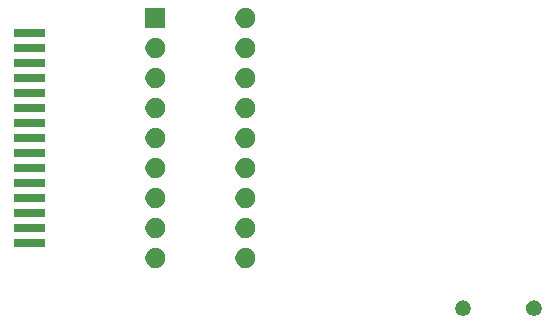
<source format=gbr>
G04 #@! TF.GenerationSoftware,KiCad,Pcbnew,(5.1.5)-3*
G04 #@! TF.CreationDate,2020-01-25T15:55:35+03:00*
G04 #@! TF.ProjectId,CASIO PB-1000 YM2413 Soundcard,43415349-4f20-4504-922d-313030302059,rev?*
G04 #@! TF.SameCoordinates,Original*
G04 #@! TF.FileFunction,Soldermask,Bot*
G04 #@! TF.FilePolarity,Negative*
%FSLAX46Y46*%
G04 Gerber Fmt 4.6, Leading zero omitted, Abs format (unit mm)*
G04 Created by KiCad (PCBNEW (5.1.5)-3) date 2020-01-25 15:55:35*
%MOMM*%
%LPD*%
G04 APERTURE LIST*
%ADD10C,0.100000*%
G04 APERTURE END LIST*
D10*
G36*
X157200890Y-120455017D02*
G01*
X157296232Y-120494509D01*
X157319367Y-120504092D01*
X157425989Y-120575335D01*
X157516665Y-120666011D01*
X157587908Y-120772633D01*
X157587909Y-120772636D01*
X157636983Y-120891110D01*
X157662000Y-121016882D01*
X157662000Y-121145118D01*
X157636983Y-121270890D01*
X157597491Y-121366232D01*
X157587908Y-121389367D01*
X157516665Y-121495989D01*
X157425989Y-121586665D01*
X157319367Y-121657908D01*
X157296232Y-121667491D01*
X157200890Y-121706983D01*
X157075118Y-121732000D01*
X156946882Y-121732000D01*
X156821110Y-121706983D01*
X156725768Y-121667491D01*
X156702633Y-121657908D01*
X156596011Y-121586665D01*
X156505335Y-121495989D01*
X156434092Y-121389367D01*
X156424509Y-121366232D01*
X156385017Y-121270890D01*
X156360000Y-121145118D01*
X156360000Y-121016882D01*
X156385017Y-120891110D01*
X156434091Y-120772636D01*
X156434092Y-120772633D01*
X156505335Y-120666011D01*
X156596011Y-120575335D01*
X156702633Y-120504092D01*
X156725768Y-120494509D01*
X156821110Y-120455017D01*
X156946882Y-120430000D01*
X157075118Y-120430000D01*
X157200890Y-120455017D01*
G37*
G36*
X151200890Y-120455017D02*
G01*
X151296232Y-120494509D01*
X151319367Y-120504092D01*
X151425989Y-120575335D01*
X151516665Y-120666011D01*
X151587908Y-120772633D01*
X151587909Y-120772636D01*
X151636983Y-120891110D01*
X151662000Y-121016882D01*
X151662000Y-121145118D01*
X151636983Y-121270890D01*
X151597491Y-121366232D01*
X151587908Y-121389367D01*
X151516665Y-121495989D01*
X151425989Y-121586665D01*
X151319367Y-121657908D01*
X151296232Y-121667491D01*
X151200890Y-121706983D01*
X151075118Y-121732000D01*
X150946882Y-121732000D01*
X150821110Y-121706983D01*
X150725768Y-121667491D01*
X150702633Y-121657908D01*
X150596011Y-121586665D01*
X150505335Y-121495989D01*
X150434092Y-121389367D01*
X150424509Y-121366232D01*
X150385017Y-121270890D01*
X150360000Y-121145118D01*
X150360000Y-121016882D01*
X150385017Y-120891110D01*
X150434091Y-120772636D01*
X150434092Y-120772633D01*
X150505335Y-120666011D01*
X150596011Y-120575335D01*
X150702633Y-120504092D01*
X150725768Y-120494509D01*
X150821110Y-120455017D01*
X150946882Y-120430000D01*
X151075118Y-120430000D01*
X151200890Y-120455017D01*
G37*
G36*
X132754022Y-116005352D02*
G01*
X132836228Y-116021703D01*
X132991100Y-116085853D01*
X132991102Y-116085854D01*
X133130481Y-116178984D01*
X133249016Y-116297519D01*
X133342146Y-116436898D01*
X133406297Y-116591773D01*
X133439000Y-116756183D01*
X133439000Y-116923817D01*
X133406297Y-117088227D01*
X133342146Y-117243102D01*
X133249016Y-117382481D01*
X133130481Y-117501016D01*
X132991102Y-117594146D01*
X132991101Y-117594147D01*
X132991100Y-117594147D01*
X132836228Y-117658297D01*
X132754022Y-117674649D01*
X132671817Y-117691000D01*
X132504183Y-117691000D01*
X132421978Y-117674649D01*
X132339772Y-117658297D01*
X132184900Y-117594147D01*
X132184899Y-117594147D01*
X132184898Y-117594146D01*
X132045519Y-117501016D01*
X131926984Y-117382481D01*
X131833854Y-117243102D01*
X131769703Y-117088227D01*
X131737000Y-116923817D01*
X131737000Y-116756183D01*
X131769703Y-116591773D01*
X131833854Y-116436898D01*
X131926984Y-116297519D01*
X132045519Y-116178984D01*
X132184898Y-116085854D01*
X132184900Y-116085853D01*
X132339772Y-116021703D01*
X132421978Y-116005352D01*
X132504183Y-115989000D01*
X132671817Y-115989000D01*
X132754022Y-116005352D01*
G37*
G36*
X125134022Y-116005352D02*
G01*
X125216228Y-116021703D01*
X125371100Y-116085853D01*
X125371102Y-116085854D01*
X125510481Y-116178984D01*
X125629016Y-116297519D01*
X125722146Y-116436898D01*
X125786297Y-116591773D01*
X125819000Y-116756183D01*
X125819000Y-116923817D01*
X125786297Y-117088227D01*
X125722146Y-117243102D01*
X125629016Y-117382481D01*
X125510481Y-117501016D01*
X125371102Y-117594146D01*
X125371101Y-117594147D01*
X125371100Y-117594147D01*
X125216228Y-117658297D01*
X125134022Y-117674649D01*
X125051817Y-117691000D01*
X124884183Y-117691000D01*
X124801978Y-117674649D01*
X124719772Y-117658297D01*
X124564900Y-117594147D01*
X124564899Y-117594147D01*
X124564898Y-117594146D01*
X124425519Y-117501016D01*
X124306984Y-117382481D01*
X124213854Y-117243102D01*
X124149703Y-117088227D01*
X124117000Y-116923817D01*
X124117000Y-116756183D01*
X124149703Y-116591773D01*
X124213854Y-116436898D01*
X124306984Y-116297519D01*
X124425519Y-116178984D01*
X124564898Y-116085854D01*
X124564900Y-116085853D01*
X124719772Y-116021703D01*
X124801978Y-116005352D01*
X124884183Y-115989000D01*
X125051817Y-115989000D01*
X125134022Y-116005352D01*
G37*
G36*
X115621000Y-115921000D02*
G01*
X112979000Y-115921000D01*
X112979000Y-115219000D01*
X115621000Y-115219000D01*
X115621000Y-115921000D01*
G37*
G36*
X132754022Y-113465351D02*
G01*
X132836228Y-113481703D01*
X132991100Y-113545853D01*
X132991102Y-113545854D01*
X133130481Y-113638984D01*
X133249016Y-113757519D01*
X133342146Y-113896898D01*
X133406297Y-114051773D01*
X133439000Y-114216183D01*
X133439000Y-114383817D01*
X133406297Y-114548227D01*
X133342146Y-114703102D01*
X133249016Y-114842481D01*
X133130481Y-114961016D01*
X132991102Y-115054146D01*
X132991101Y-115054147D01*
X132991100Y-115054147D01*
X132836228Y-115118297D01*
X132754022Y-115134649D01*
X132671817Y-115151000D01*
X132504183Y-115151000D01*
X132421978Y-115134649D01*
X132339772Y-115118297D01*
X132184900Y-115054147D01*
X132184899Y-115054147D01*
X132184898Y-115054146D01*
X132045519Y-114961016D01*
X131926984Y-114842481D01*
X131833854Y-114703102D01*
X131769703Y-114548227D01*
X131737000Y-114383817D01*
X131737000Y-114216183D01*
X131769703Y-114051773D01*
X131833854Y-113896898D01*
X131926984Y-113757519D01*
X132045519Y-113638984D01*
X132184898Y-113545854D01*
X132184900Y-113545853D01*
X132339772Y-113481703D01*
X132421978Y-113465351D01*
X132504183Y-113449000D01*
X132671817Y-113449000D01*
X132754022Y-113465351D01*
G37*
G36*
X125134022Y-113465351D02*
G01*
X125216228Y-113481703D01*
X125371100Y-113545853D01*
X125371102Y-113545854D01*
X125510481Y-113638984D01*
X125629016Y-113757519D01*
X125722146Y-113896898D01*
X125786297Y-114051773D01*
X125819000Y-114216183D01*
X125819000Y-114383817D01*
X125786297Y-114548227D01*
X125722146Y-114703102D01*
X125629016Y-114842481D01*
X125510481Y-114961016D01*
X125371102Y-115054146D01*
X125371101Y-115054147D01*
X125371100Y-115054147D01*
X125216228Y-115118297D01*
X125134022Y-115134649D01*
X125051817Y-115151000D01*
X124884183Y-115151000D01*
X124801978Y-115134649D01*
X124719772Y-115118297D01*
X124564900Y-115054147D01*
X124564899Y-115054147D01*
X124564898Y-115054146D01*
X124425519Y-114961016D01*
X124306984Y-114842481D01*
X124213854Y-114703102D01*
X124149703Y-114548227D01*
X124117000Y-114383817D01*
X124117000Y-114216183D01*
X124149703Y-114051773D01*
X124213854Y-113896898D01*
X124306984Y-113757519D01*
X124425519Y-113638984D01*
X124564898Y-113545854D01*
X124564900Y-113545853D01*
X124719772Y-113481703D01*
X124801978Y-113465351D01*
X124884183Y-113449000D01*
X125051817Y-113449000D01*
X125134022Y-113465351D01*
G37*
G36*
X115621000Y-114651000D02*
G01*
X112979000Y-114651000D01*
X112979000Y-113949000D01*
X115621000Y-113949000D01*
X115621000Y-114651000D01*
G37*
G36*
X115621000Y-113381000D02*
G01*
X112979000Y-113381000D01*
X112979000Y-112679000D01*
X115621000Y-112679000D01*
X115621000Y-113381000D01*
G37*
G36*
X125134022Y-110925352D02*
G01*
X125216228Y-110941703D01*
X125371100Y-111005853D01*
X125371102Y-111005854D01*
X125510481Y-111098984D01*
X125629016Y-111217519D01*
X125722146Y-111356898D01*
X125786297Y-111511773D01*
X125819000Y-111676183D01*
X125819000Y-111843817D01*
X125786297Y-112008227D01*
X125722146Y-112163102D01*
X125629016Y-112302481D01*
X125510481Y-112421016D01*
X125371102Y-112514146D01*
X125371101Y-112514147D01*
X125371100Y-112514147D01*
X125216228Y-112578297D01*
X125134022Y-112594649D01*
X125051817Y-112611000D01*
X124884183Y-112611000D01*
X124801978Y-112594649D01*
X124719772Y-112578297D01*
X124564900Y-112514147D01*
X124564899Y-112514147D01*
X124564898Y-112514146D01*
X124425519Y-112421016D01*
X124306984Y-112302481D01*
X124213854Y-112163102D01*
X124149703Y-112008227D01*
X124117000Y-111843817D01*
X124117000Y-111676183D01*
X124149703Y-111511773D01*
X124213854Y-111356898D01*
X124306984Y-111217519D01*
X124425519Y-111098984D01*
X124564898Y-111005854D01*
X124564900Y-111005853D01*
X124719772Y-110941703D01*
X124801978Y-110925352D01*
X124884183Y-110909000D01*
X125051817Y-110909000D01*
X125134022Y-110925352D01*
G37*
G36*
X132754022Y-110925352D02*
G01*
X132836228Y-110941703D01*
X132991100Y-111005853D01*
X132991102Y-111005854D01*
X133130481Y-111098984D01*
X133249016Y-111217519D01*
X133342146Y-111356898D01*
X133406297Y-111511773D01*
X133439000Y-111676183D01*
X133439000Y-111843817D01*
X133406297Y-112008227D01*
X133342146Y-112163102D01*
X133249016Y-112302481D01*
X133130481Y-112421016D01*
X132991102Y-112514146D01*
X132991101Y-112514147D01*
X132991100Y-112514147D01*
X132836228Y-112578297D01*
X132754022Y-112594649D01*
X132671817Y-112611000D01*
X132504183Y-112611000D01*
X132421978Y-112594649D01*
X132339772Y-112578297D01*
X132184900Y-112514147D01*
X132184899Y-112514147D01*
X132184898Y-112514146D01*
X132045519Y-112421016D01*
X131926984Y-112302481D01*
X131833854Y-112163102D01*
X131769703Y-112008227D01*
X131737000Y-111843817D01*
X131737000Y-111676183D01*
X131769703Y-111511773D01*
X131833854Y-111356898D01*
X131926984Y-111217519D01*
X132045519Y-111098984D01*
X132184898Y-111005854D01*
X132184900Y-111005853D01*
X132339772Y-110941703D01*
X132421978Y-110925352D01*
X132504183Y-110909000D01*
X132671817Y-110909000D01*
X132754022Y-110925352D01*
G37*
G36*
X115621000Y-112111000D02*
G01*
X112979000Y-112111000D01*
X112979000Y-111409000D01*
X115621000Y-111409000D01*
X115621000Y-112111000D01*
G37*
G36*
X115621000Y-110841000D02*
G01*
X112979000Y-110841000D01*
X112979000Y-110139000D01*
X115621000Y-110139000D01*
X115621000Y-110841000D01*
G37*
G36*
X132754022Y-108385352D02*
G01*
X132836228Y-108401703D01*
X132991100Y-108465853D01*
X132991102Y-108465854D01*
X133130481Y-108558984D01*
X133249016Y-108677519D01*
X133342146Y-108816898D01*
X133406297Y-108971773D01*
X133439000Y-109136183D01*
X133439000Y-109303817D01*
X133406297Y-109468227D01*
X133342146Y-109623102D01*
X133249016Y-109762481D01*
X133130481Y-109881016D01*
X132991102Y-109974146D01*
X132991101Y-109974147D01*
X132991100Y-109974147D01*
X132836228Y-110038297D01*
X132754022Y-110054648D01*
X132671817Y-110071000D01*
X132504183Y-110071000D01*
X132421978Y-110054648D01*
X132339772Y-110038297D01*
X132184900Y-109974147D01*
X132184899Y-109974147D01*
X132184898Y-109974146D01*
X132045519Y-109881016D01*
X131926984Y-109762481D01*
X131833854Y-109623102D01*
X131769703Y-109468227D01*
X131737000Y-109303817D01*
X131737000Y-109136183D01*
X131769703Y-108971773D01*
X131833854Y-108816898D01*
X131926984Y-108677519D01*
X132045519Y-108558984D01*
X132184898Y-108465854D01*
X132184900Y-108465853D01*
X132339772Y-108401703D01*
X132421978Y-108385352D01*
X132504183Y-108369000D01*
X132671817Y-108369000D01*
X132754022Y-108385352D01*
G37*
G36*
X125134022Y-108385352D02*
G01*
X125216228Y-108401703D01*
X125371100Y-108465853D01*
X125371102Y-108465854D01*
X125510481Y-108558984D01*
X125629016Y-108677519D01*
X125722146Y-108816898D01*
X125786297Y-108971773D01*
X125819000Y-109136183D01*
X125819000Y-109303817D01*
X125786297Y-109468227D01*
X125722146Y-109623102D01*
X125629016Y-109762481D01*
X125510481Y-109881016D01*
X125371102Y-109974146D01*
X125371101Y-109974147D01*
X125371100Y-109974147D01*
X125216228Y-110038297D01*
X125134022Y-110054648D01*
X125051817Y-110071000D01*
X124884183Y-110071000D01*
X124801978Y-110054648D01*
X124719772Y-110038297D01*
X124564900Y-109974147D01*
X124564899Y-109974147D01*
X124564898Y-109974146D01*
X124425519Y-109881016D01*
X124306984Y-109762481D01*
X124213854Y-109623102D01*
X124149703Y-109468227D01*
X124117000Y-109303817D01*
X124117000Y-109136183D01*
X124149703Y-108971773D01*
X124213854Y-108816898D01*
X124306984Y-108677519D01*
X124425519Y-108558984D01*
X124564898Y-108465854D01*
X124564900Y-108465853D01*
X124719772Y-108401703D01*
X124801978Y-108385352D01*
X124884183Y-108369000D01*
X125051817Y-108369000D01*
X125134022Y-108385352D01*
G37*
G36*
X115621000Y-109571000D02*
G01*
X112979000Y-109571000D01*
X112979000Y-108869000D01*
X115621000Y-108869000D01*
X115621000Y-109571000D01*
G37*
G36*
X115621000Y-108301000D02*
G01*
X112979000Y-108301000D01*
X112979000Y-107599000D01*
X115621000Y-107599000D01*
X115621000Y-108301000D01*
G37*
G36*
X132754022Y-105845351D02*
G01*
X132836228Y-105861703D01*
X132991100Y-105925853D01*
X132991102Y-105925854D01*
X133130481Y-106018984D01*
X133249016Y-106137519D01*
X133342146Y-106276898D01*
X133406297Y-106431773D01*
X133439000Y-106596183D01*
X133439000Y-106763817D01*
X133406297Y-106928227D01*
X133342146Y-107083102D01*
X133249016Y-107222481D01*
X133130481Y-107341016D01*
X132991102Y-107434146D01*
X132991101Y-107434147D01*
X132991100Y-107434147D01*
X132836228Y-107498297D01*
X132754022Y-107514648D01*
X132671817Y-107531000D01*
X132504183Y-107531000D01*
X132421978Y-107514648D01*
X132339772Y-107498297D01*
X132184900Y-107434147D01*
X132184899Y-107434147D01*
X132184898Y-107434146D01*
X132045519Y-107341016D01*
X131926984Y-107222481D01*
X131833854Y-107083102D01*
X131769703Y-106928227D01*
X131737000Y-106763817D01*
X131737000Y-106596183D01*
X131769703Y-106431773D01*
X131833854Y-106276898D01*
X131926984Y-106137519D01*
X132045519Y-106018984D01*
X132184898Y-105925854D01*
X132184900Y-105925853D01*
X132339772Y-105861703D01*
X132421978Y-105845351D01*
X132504183Y-105829000D01*
X132671817Y-105829000D01*
X132754022Y-105845351D01*
G37*
G36*
X125134022Y-105845351D02*
G01*
X125216228Y-105861703D01*
X125371100Y-105925853D01*
X125371102Y-105925854D01*
X125510481Y-106018984D01*
X125629016Y-106137519D01*
X125722146Y-106276898D01*
X125786297Y-106431773D01*
X125819000Y-106596183D01*
X125819000Y-106763817D01*
X125786297Y-106928227D01*
X125722146Y-107083102D01*
X125629016Y-107222481D01*
X125510481Y-107341016D01*
X125371102Y-107434146D01*
X125371101Y-107434147D01*
X125371100Y-107434147D01*
X125216228Y-107498297D01*
X125134022Y-107514648D01*
X125051817Y-107531000D01*
X124884183Y-107531000D01*
X124801978Y-107514648D01*
X124719772Y-107498297D01*
X124564900Y-107434147D01*
X124564899Y-107434147D01*
X124564898Y-107434146D01*
X124425519Y-107341016D01*
X124306984Y-107222481D01*
X124213854Y-107083102D01*
X124149703Y-106928227D01*
X124117000Y-106763817D01*
X124117000Y-106596183D01*
X124149703Y-106431773D01*
X124213854Y-106276898D01*
X124306984Y-106137519D01*
X124425519Y-106018984D01*
X124564898Y-105925854D01*
X124564900Y-105925853D01*
X124719772Y-105861703D01*
X124801978Y-105845351D01*
X124884183Y-105829000D01*
X125051817Y-105829000D01*
X125134022Y-105845351D01*
G37*
G36*
X115621000Y-107031000D02*
G01*
X112979000Y-107031000D01*
X112979000Y-106329000D01*
X115621000Y-106329000D01*
X115621000Y-107031000D01*
G37*
G36*
X115621000Y-105761000D02*
G01*
X112979000Y-105761000D01*
X112979000Y-105059000D01*
X115621000Y-105059000D01*
X115621000Y-105761000D01*
G37*
G36*
X125134022Y-103305351D02*
G01*
X125216228Y-103321703D01*
X125371100Y-103385853D01*
X125371102Y-103385854D01*
X125510481Y-103478984D01*
X125629016Y-103597519D01*
X125722146Y-103736898D01*
X125786297Y-103891773D01*
X125819000Y-104056183D01*
X125819000Y-104223817D01*
X125786297Y-104388227D01*
X125722146Y-104543102D01*
X125629016Y-104682481D01*
X125510481Y-104801016D01*
X125371102Y-104894146D01*
X125371101Y-104894147D01*
X125371100Y-104894147D01*
X125216228Y-104958297D01*
X125134022Y-104974648D01*
X125051817Y-104991000D01*
X124884183Y-104991000D01*
X124801978Y-104974648D01*
X124719772Y-104958297D01*
X124564900Y-104894147D01*
X124564899Y-104894147D01*
X124564898Y-104894146D01*
X124425519Y-104801016D01*
X124306984Y-104682481D01*
X124213854Y-104543102D01*
X124149703Y-104388227D01*
X124117000Y-104223817D01*
X124117000Y-104056183D01*
X124149703Y-103891773D01*
X124213854Y-103736898D01*
X124306984Y-103597519D01*
X124425519Y-103478984D01*
X124564898Y-103385854D01*
X124564900Y-103385853D01*
X124719772Y-103321703D01*
X124801978Y-103305351D01*
X124884183Y-103289000D01*
X125051817Y-103289000D01*
X125134022Y-103305351D01*
G37*
G36*
X132754022Y-103305351D02*
G01*
X132836228Y-103321703D01*
X132991100Y-103385853D01*
X132991102Y-103385854D01*
X133130481Y-103478984D01*
X133249016Y-103597519D01*
X133342146Y-103736898D01*
X133406297Y-103891773D01*
X133439000Y-104056183D01*
X133439000Y-104223817D01*
X133406297Y-104388227D01*
X133342146Y-104543102D01*
X133249016Y-104682481D01*
X133130481Y-104801016D01*
X132991102Y-104894146D01*
X132991101Y-104894147D01*
X132991100Y-104894147D01*
X132836228Y-104958297D01*
X132754022Y-104974648D01*
X132671817Y-104991000D01*
X132504183Y-104991000D01*
X132421978Y-104974648D01*
X132339772Y-104958297D01*
X132184900Y-104894147D01*
X132184899Y-104894147D01*
X132184898Y-104894146D01*
X132045519Y-104801016D01*
X131926984Y-104682481D01*
X131833854Y-104543102D01*
X131769703Y-104388227D01*
X131737000Y-104223817D01*
X131737000Y-104056183D01*
X131769703Y-103891773D01*
X131833854Y-103736898D01*
X131926984Y-103597519D01*
X132045519Y-103478984D01*
X132184898Y-103385854D01*
X132184900Y-103385853D01*
X132339772Y-103321703D01*
X132421978Y-103305351D01*
X132504183Y-103289000D01*
X132671817Y-103289000D01*
X132754022Y-103305351D01*
G37*
G36*
X115621000Y-104491000D02*
G01*
X112979000Y-104491000D01*
X112979000Y-103789000D01*
X115621000Y-103789000D01*
X115621000Y-104491000D01*
G37*
G36*
X115621000Y-103221000D02*
G01*
X112979000Y-103221000D01*
X112979000Y-102519000D01*
X115621000Y-102519000D01*
X115621000Y-103221000D01*
G37*
G36*
X125134022Y-100765352D02*
G01*
X125216228Y-100781703D01*
X125371100Y-100845853D01*
X125371102Y-100845854D01*
X125510481Y-100938984D01*
X125629016Y-101057519D01*
X125722146Y-101196898D01*
X125786297Y-101351773D01*
X125819000Y-101516183D01*
X125819000Y-101683817D01*
X125786297Y-101848227D01*
X125722146Y-102003102D01*
X125629016Y-102142481D01*
X125510481Y-102261016D01*
X125371102Y-102354146D01*
X125371101Y-102354147D01*
X125371100Y-102354147D01*
X125216228Y-102418297D01*
X125134022Y-102434649D01*
X125051817Y-102451000D01*
X124884183Y-102451000D01*
X124801978Y-102434649D01*
X124719772Y-102418297D01*
X124564900Y-102354147D01*
X124564899Y-102354147D01*
X124564898Y-102354146D01*
X124425519Y-102261016D01*
X124306984Y-102142481D01*
X124213854Y-102003102D01*
X124149703Y-101848227D01*
X124117000Y-101683817D01*
X124117000Y-101516183D01*
X124149703Y-101351773D01*
X124213854Y-101196898D01*
X124306984Y-101057519D01*
X124425519Y-100938984D01*
X124564898Y-100845854D01*
X124564900Y-100845853D01*
X124719772Y-100781703D01*
X124801978Y-100765352D01*
X124884183Y-100749000D01*
X125051817Y-100749000D01*
X125134022Y-100765352D01*
G37*
G36*
X132754022Y-100765352D02*
G01*
X132836228Y-100781703D01*
X132991100Y-100845853D01*
X132991102Y-100845854D01*
X133130481Y-100938984D01*
X133249016Y-101057519D01*
X133342146Y-101196898D01*
X133406297Y-101351773D01*
X133439000Y-101516183D01*
X133439000Y-101683817D01*
X133406297Y-101848227D01*
X133342146Y-102003102D01*
X133249016Y-102142481D01*
X133130481Y-102261016D01*
X132991102Y-102354146D01*
X132991101Y-102354147D01*
X132991100Y-102354147D01*
X132836228Y-102418297D01*
X132754022Y-102434649D01*
X132671817Y-102451000D01*
X132504183Y-102451000D01*
X132421978Y-102434649D01*
X132339772Y-102418297D01*
X132184900Y-102354147D01*
X132184899Y-102354147D01*
X132184898Y-102354146D01*
X132045519Y-102261016D01*
X131926984Y-102142481D01*
X131833854Y-102003102D01*
X131769703Y-101848227D01*
X131737000Y-101683817D01*
X131737000Y-101516183D01*
X131769703Y-101351773D01*
X131833854Y-101196898D01*
X131926984Y-101057519D01*
X132045519Y-100938984D01*
X132184898Y-100845854D01*
X132184900Y-100845853D01*
X132339772Y-100781703D01*
X132421978Y-100765352D01*
X132504183Y-100749000D01*
X132671817Y-100749000D01*
X132754022Y-100765352D01*
G37*
G36*
X115621000Y-101951000D02*
G01*
X112979000Y-101951000D01*
X112979000Y-101249000D01*
X115621000Y-101249000D01*
X115621000Y-101951000D01*
G37*
G36*
X115621000Y-100681000D02*
G01*
X112979000Y-100681000D01*
X112979000Y-99979000D01*
X115621000Y-99979000D01*
X115621000Y-100681000D01*
G37*
G36*
X125134022Y-98225351D02*
G01*
X125216228Y-98241703D01*
X125371100Y-98305853D01*
X125371102Y-98305854D01*
X125510481Y-98398984D01*
X125629016Y-98517519D01*
X125722146Y-98656898D01*
X125786297Y-98811773D01*
X125819000Y-98976183D01*
X125819000Y-99143817D01*
X125786297Y-99308227D01*
X125722146Y-99463102D01*
X125629016Y-99602481D01*
X125510481Y-99721016D01*
X125371102Y-99814146D01*
X125371101Y-99814147D01*
X125371100Y-99814147D01*
X125216228Y-99878297D01*
X125134022Y-99894649D01*
X125051817Y-99911000D01*
X124884183Y-99911000D01*
X124801978Y-99894648D01*
X124719772Y-99878297D01*
X124564900Y-99814147D01*
X124564899Y-99814147D01*
X124564898Y-99814146D01*
X124425519Y-99721016D01*
X124306984Y-99602481D01*
X124213854Y-99463102D01*
X124149703Y-99308227D01*
X124117000Y-99143817D01*
X124117000Y-98976183D01*
X124149703Y-98811773D01*
X124213854Y-98656898D01*
X124306984Y-98517519D01*
X124425519Y-98398984D01*
X124564898Y-98305854D01*
X124564900Y-98305853D01*
X124719772Y-98241703D01*
X124801978Y-98225351D01*
X124884183Y-98209000D01*
X125051817Y-98209000D01*
X125134022Y-98225351D01*
G37*
G36*
X132754022Y-98225351D02*
G01*
X132836228Y-98241703D01*
X132991100Y-98305853D01*
X132991102Y-98305854D01*
X133130481Y-98398984D01*
X133249016Y-98517519D01*
X133342146Y-98656898D01*
X133406297Y-98811773D01*
X133439000Y-98976183D01*
X133439000Y-99143817D01*
X133406297Y-99308227D01*
X133342146Y-99463102D01*
X133249016Y-99602481D01*
X133130481Y-99721016D01*
X132991102Y-99814146D01*
X132991101Y-99814147D01*
X132991100Y-99814147D01*
X132836228Y-99878297D01*
X132754022Y-99894649D01*
X132671817Y-99911000D01*
X132504183Y-99911000D01*
X132421978Y-99894648D01*
X132339772Y-99878297D01*
X132184900Y-99814147D01*
X132184899Y-99814147D01*
X132184898Y-99814146D01*
X132045519Y-99721016D01*
X131926984Y-99602481D01*
X131833854Y-99463102D01*
X131769703Y-99308227D01*
X131737000Y-99143817D01*
X131737000Y-98976183D01*
X131769703Y-98811773D01*
X131833854Y-98656898D01*
X131926984Y-98517519D01*
X132045519Y-98398984D01*
X132184898Y-98305854D01*
X132184900Y-98305853D01*
X132339772Y-98241703D01*
X132421978Y-98225351D01*
X132504183Y-98209000D01*
X132671817Y-98209000D01*
X132754022Y-98225351D01*
G37*
G36*
X115621000Y-99411000D02*
G01*
X112979000Y-99411000D01*
X112979000Y-98709000D01*
X115621000Y-98709000D01*
X115621000Y-99411000D01*
G37*
G36*
X115621000Y-98141000D02*
G01*
X112979000Y-98141000D01*
X112979000Y-97439000D01*
X115621000Y-97439000D01*
X115621000Y-98141000D01*
G37*
G36*
X125819000Y-97371000D02*
G01*
X124117000Y-97371000D01*
X124117000Y-95669000D01*
X125819000Y-95669000D01*
X125819000Y-97371000D01*
G37*
G36*
X132754022Y-95685351D02*
G01*
X132836228Y-95701703D01*
X132991100Y-95765853D01*
X132991102Y-95765854D01*
X133130481Y-95858984D01*
X133249016Y-95977519D01*
X133342146Y-96116898D01*
X133406297Y-96271773D01*
X133439000Y-96436183D01*
X133439000Y-96603817D01*
X133406297Y-96768227D01*
X133342146Y-96923102D01*
X133249016Y-97062481D01*
X133130481Y-97181016D01*
X132991102Y-97274146D01*
X132991101Y-97274147D01*
X132991100Y-97274147D01*
X132836228Y-97338297D01*
X132754022Y-97354648D01*
X132671817Y-97371000D01*
X132504183Y-97371000D01*
X132421978Y-97354648D01*
X132339772Y-97338297D01*
X132184900Y-97274147D01*
X132184899Y-97274147D01*
X132184898Y-97274146D01*
X132045519Y-97181016D01*
X131926984Y-97062481D01*
X131833854Y-96923102D01*
X131769703Y-96768227D01*
X131737000Y-96603817D01*
X131737000Y-96436183D01*
X131769703Y-96271773D01*
X131833854Y-96116898D01*
X131926984Y-95977519D01*
X132045519Y-95858984D01*
X132184898Y-95765854D01*
X132184900Y-95765853D01*
X132339772Y-95701703D01*
X132421978Y-95685352D01*
X132504183Y-95669000D01*
X132671817Y-95669000D01*
X132754022Y-95685351D01*
G37*
M02*

</source>
